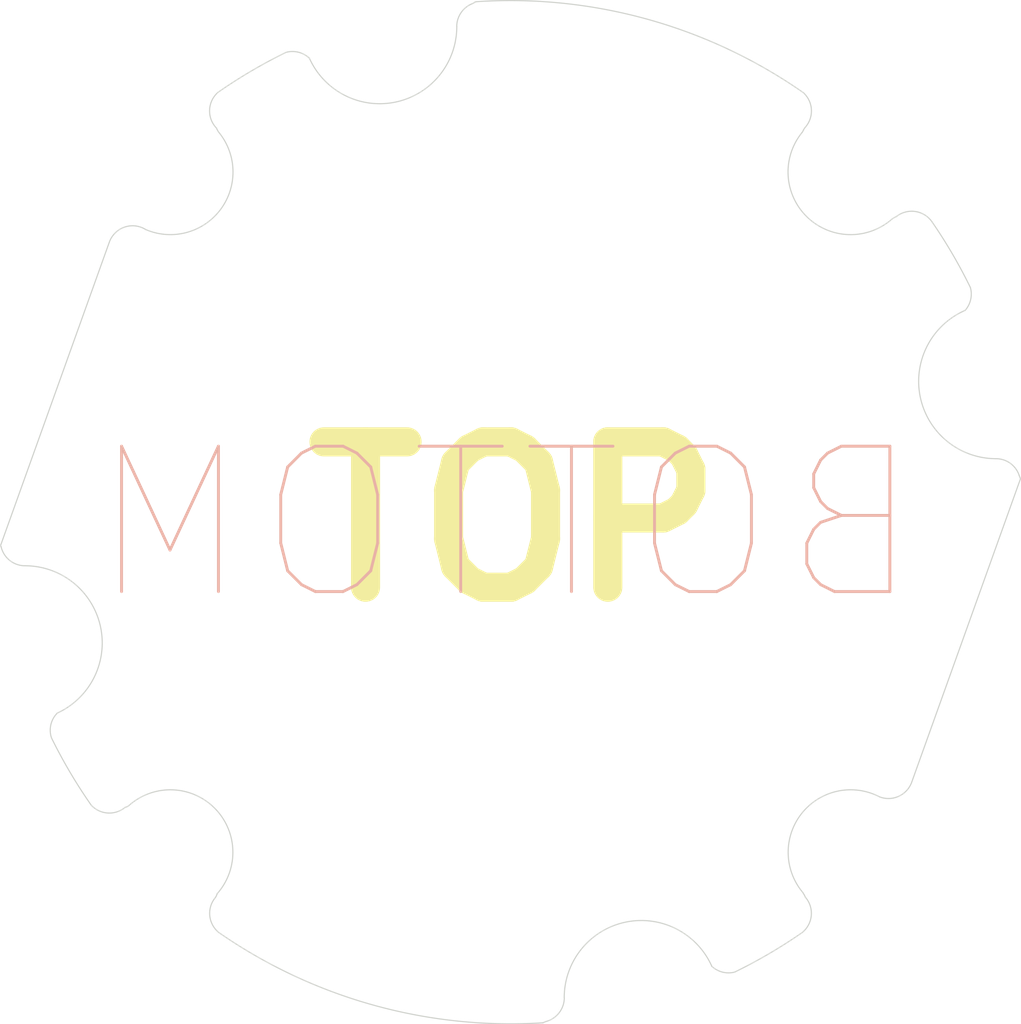
<source format=kicad_pcb>
(kicad_pcb (version 20221018) (generator pcbnew)

  (general
    (thickness 1.599978)
  )

  (paper "User" 132.08 152.4)
  (title_block
    (title "G-FORCE PCB")
    (date "2024-01-07")
    (rev "2")
    (company "Kathleen Arrington and Anthony Konstantinidi")
  )

  (layers
    (0 "F.Cu" signal "Top Signal")
    (1 "In1.Cu" power "GND")
    (2 "In2.Cu" power "5V")
    (3 "In3.Cu" mixed "GND-NMOS1")
    (4 "In4.Cu" power "22.2V")
    (31 "B.Cu" signal "Bottom Signal")
    (34 "B.Paste" user)
    (35 "F.Paste" user)
    (36 "B.SilkS" user "B.Silkscreen")
    (37 "F.SilkS" user "F.Silkscreen")
    (38 "B.Mask" user)
    (39 "F.Mask" user)
    (42 "Eco1.User" user "User.Eco1")
    (44 "Edge.Cuts" user)
    (45 "Margin" user)
    (46 "B.CrtYd" user "B.Courtyard")
    (47 "F.CrtYd" user "F.Courtyard")
  )

  (setup
    (stackup
      (layer "F.SilkS" (type "Top Silk Screen"))
      (layer "F.Paste" (type "Top Solder Paste"))
      (layer "F.Mask" (type "Top Solder Mask") (thickness 0.01))
      (layer "F.Cu" (type "copper") (thickness 0.035))
      (layer "dielectric 1" (type "core") (thickness 0.1) (material "FR4") (epsilon_r 4.5) (loss_tangent 0.02))
      (layer "In1.Cu" (type "copper") (thickness 0.035))
      (layer "dielectric 2" (type "prepreg") (thickness 0.534989) (material "FR4") (epsilon_r 4.5) (loss_tangent 0.02))
      (layer "In2.Cu" (type "copper") (thickness 0.035))
      (layer "dielectric 3" (type "prepreg") (thickness 0.1) (material "FR4") (epsilon_r 4.5) (loss_tangent 0.02))
      (layer "In3.Cu" (type "copper") (thickness 0.035))
      (layer "dielectric 4" (type "prepreg") (thickness 0.534989) (material "FR4") (epsilon_r 4.5) (loss_tangent 0.02))
      (layer "In4.Cu" (type "copper") (thickness 0.035))
      (layer "dielectric 5" (type "prepreg") (thickness 0.1) (material "FR4") (epsilon_r 4.5) (loss_tangent 0.02))
      (layer "B.Cu" (type "copper") (thickness 0.035))
      (layer "B.Mask" (type "Bottom Solder Mask") (thickness 0.01))
      (layer "B.Paste" (type "Bottom Solder Paste"))
      (layer "B.SilkS" (type "Bottom Silk Screen"))
      (copper_finish "None")
      (dielectric_constraints no)
    )
    (pad_to_mask_clearance 0)
    (pcbplotparams
      (layerselection 0x00010fc_ffffffff)
      (plot_on_all_layers_selection 0x0000000_00000000)
      (disableapertmacros false)
      (usegerberextensions true)
      (usegerberattributes true)
      (usegerberadvancedattributes true)
      (creategerberjobfile false)
      (dashed_line_dash_ratio 12.000000)
      (dashed_line_gap_ratio 3.000000)
      (svgprecision 4)
      (plotframeref false)
      (viasonmask false)
      (mode 1)
      (useauxorigin false)
      (hpglpennumber 1)
      (hpglpenspeed 20)
      (hpglpendiameter 15.000000)
      (dxfpolygonmode true)
      (dxfimperialunits true)
      (dxfusepcbnewfont true)
      (psnegative false)
      (psa4output false)
      (plotreference true)
      (plotvalue true)
      (plotinvisibletext false)
      (sketchpadsonfab false)
      (subtractmaskfromsilk true)
      (outputformat 1)
      (mirror false)
      (drillshape 0)
      (scaleselection 1)
      (outputdirectory "gerber/")
    )
  )

  (net 0 "")

  (gr_arc (start 59.8794 16.131856) (mid 74.866009 17.65903) (end 88.494058 24.078299)
    (stroke (width 0.1) (type default)) (layer "Edge.Cuts") (tstamp 03a49470-111a-4b21-b04e-f229042f514a))
  (gr_line (start 107.354828 57.540865) (end 107.461386 57.809013)
    (stroke (width 0.1) (type default)) (layer "Edge.Cuts") (tstamp 05b9add1-1c25-4193-8132-5494da1bec33))
  (gr_arc (start 37.38996 27.503662) (mid 37.29637 27.343958) (end 37.218608 27.175978)
    (stroke (width 0.1) (type default)) (layer "Edge.Cuts") (tstamp 060e6fad-9e30-414e-a220-2617ab73c3c6))
  (gr_arc (start 96.070406 35.257654) (mid 88.756305 34.877585) (end 88.371455 27.563734)
    (stroke (width 0.1) (type default)) (layer "Edge.Cuts") (tstamp 0a1fd515-fb14-4a38-92ae-c29d28670544))
  (gr_arc (start 96.070406 35.257654) (mid 96.324444 35.060466) (end 96.607922 34.908615)
    (stroke (width 0.1) (type default)) (layer "Edge.Cuts") (tstamp 11eb92ff-d593-4b65-bada-94ebec71233c))
  (gr_arc (start 65.743502 105.339544) (mid 65.878262 105.278344) (end 66.016462 105.22537)
    (stroke (width 0.1) (type default)) (layer "Edge.Cuts") (tstamp 145bb0b8-1ab6-45af-bc76-704e25db68d3))
  (gr_arc (start 67.597459 103.143) (mid 72.937486 96.550887) (end 80.494501 100.406194)
    (stroke (width 0.1) (type default)) (layer "Edge.Cuts") (tstamp 2408311e-9af5-4260-b822-eb6e3228d927))
  (gr_arc (start 65.743502 105.339544) (mid 50.91 103.79) (end 37.411693 97.44732)
    (stroke (width 0.1) (type default)) (layer "Edge.Cuts") (tstamp 34a9cabf-56da-463d-89a7-3d5ab2755dc4))
  (gr_arc (start 37.218608 27.175978) (mid 36.613299 25.591133) (end 37.336671 24.056575)
    (stroke (width 0.1) (type default)) (layer "Edge.Cuts") (tstamp 35bb8b5c-7b3a-4e6f-b536-1d2e9d8747fd))
  (gr_arc (start 88.492575 27.359278) (mid 88.573423 27.213996) (end 88.674354 27.081875)
    (stroke (width 0.1) (type default)) (layer "Edge.Cuts") (tstamp 38698e6f-969a-418d-9ff0-9fdf037fa1ce))
  (gr_arc (start 88.494058 24.078299) (mid 89.193024 25.543542) (end 88.674354 27.081875)
    (stroke (width 0.1) (type default)) (layer "Edge.Cuts") (tstamp 43780cfd-d76e-4157-ad93-af1261ab76af))
  (gr_line (start 18.351336 63.640987) (end 27.846361 37.155)
    (stroke (width 0.1) (type default)) (layer "Edge.Cuts") (tstamp 49dde8e9-73dc-4cb6-8387-9632844009e1))
  (gr_arc (start 43.295373 20.552975) (mid 44.381913 20.543705) (end 45.333797 21.067702)
    (stroke (width 0.1) (type default)) (layer "Edge.Cuts") (tstamp 4f414c80-531a-4eae-b2c3-15128037e391))
  (gr_line (start 18.351336 63.640987) (end 18.398419 63.749882)
    (stroke (width 0.1) (type default)) (layer "Edge.Cuts") (tstamp 51cbebff-12ac-403f-b92e-614ab224c6bb))
  (gr_arc (start 82.489698 100.911326) (mid 81.427846 100.912553) (end 80.494502 100.406194)
    (stroke (width 0.1) (type default)) (layer "Edge.Cuts") (tstamp 51d3622f-b870-4be3-82c0-2ae28c73281a))
  (gr_arc (start 88.392424 97.452491) (mid 85.507325 99.294993) (end 82.489698 100.911327)
    (stroke (width 0.1) (type default)) (layer "Edge.Cuts") (tstamp 5b8c14eb-2861-4f02-ae50-ae8ad8a6972b))
  (gr_arc (start 105.324361 56.054811) (mid 98.706419 50.672639) (end 102.62691 43.09671)
    (stroke (width 0.1) (type default)) (layer "Edge.Cuts") (tstamp 654faacf-edad-4e0e-b2d1-1d485abc5266))
  (gr_arc (start 37.411693 97.44732) (mid 36.637784 96.057673) (end 37.026898 94.515387)
    (stroke (width 0.1) (type default)) (layer "Edge.Cuts") (tstamp 69ecb67a-5d0d-4b90-bbdc-0b928e57551f))
  (gr_arc (start 88.665355 94.365422) (mid 89.183485 95.96683) (end 88.392424 97.452491)
    (stroke (width 0.1) (type default)) (layer "Edge.Cuts") (tstamp 71e946b8-4c38-47c5-a1d6-e79d4c284a69))
  (gr_arc (start 29.541369 86.380578) (mid 37.036443 86.57052) (end 37.273751 94.064244)
    (stroke (width 0.1) (type default)) (layer "Edge.Cuts") (tstamp 775c8985-e606-47da-b603-608438f168c3))
  (gr_arc (start 105.324361 56.054811) (mid 106.58245 56.466013) (end 107.354828 57.540865)
    (stroke (width 0.1) (type default)) (layer "Edge.Cuts") (tstamp 79f069ea-0fde-4e84-809c-88c023fc0ae8))
  (gr_line (start 107.461386 57.809013) (end 97.966361 84.295)
    (stroke (width 0.1) (type default)) (layer "Edge.Cuts") (tstamp 8a7cf47c-c7b6-472c-bd21-9ca7d1560d7d))
  (gr_arc (start 59.764888 16.183482) (mid 59.69074 16.242229) (end 59.606361 16.285)
    (stroke (width 0.1) (type default)) (layer "Edge.Cuts") (tstamp 8d41182b-d8f5-401c-a898-94345ce4604c))
  (gr_arc (start 29.541369 86.380578) (mid 29.394172 86.46294) (end 29.234501 86.517307)
    (stroke (width 0.1) (type default)) (layer "Edge.Cuts") (tstamp 90bae4c7-bac6-4c6e-a478-70e9f6e25488))
  (gr_arc (start 97.966361 84.295) (mid 96.838267 85.543092) (end 95.156987 85.603357)
    (stroke (width 0.1) (type default)) (layer "Edge.Cuts") (tstamp 91d4ad0f-3b99-47dc-9192-a54855d920a3))
  (gr_arc (start 27.846361 37.155) (mid 29.165271 35.828893) (end 31.024814 36.029346)
    (stroke (width 0.1) (type default)) (layer "Edge.Cuts") (tstamp 9dfebd4b-ad98-4a7c-8a30-543c2767d317))
  (gr_arc (start 99.739779 35.372655) (mid 101.517693 38.172681) (end 103.083164 41.096791)
    (stroke (width 0.1) (type default)) (layer "Edge.Cuts") (tstamp 9fac6ea2-6bfe-4be3-b517-f43a0fe3accc))
  (gr_arc (start 103.083164 41.096791) (mid 103.108151 42.154494) (end 102.62691 43.096709)
    (stroke (width 0.1) (type default)) (layer "Edge.Cuts") (tstamp a0112ec0-ea2e-4cad-b60f-ee5d006c8115))
  (gr_arc (start 58.210792 18.307) (mid 52.888078 24.891802) (end 45.333797 21.067702)
    (stroke (width 0.1) (type default)) (layer "Edge.Cuts") (tstamp a5269941-1cb9-4036-973c-31b41edf024e))
  (gr_arc (start 29.234501 86.517307) (mid 27.712895 87.010931) (end 26.268838 86.322707)
    (stroke (width 0.1) (type default)) (layer "Edge.Cuts") (tstamp b70f0377-3183-4992-a7f4-04f1b265a940))
  (gr_arc (start 22.799842 80.448535) (mid 22.745123 79.294308) (end 23.304773 78.283356)
    (stroke (width 0.1) (type default)) (layer "Edge.Cuts") (tstamp b82c4929-ce3d-4f40-843c-0c05b1001e24))
  (gr_arc (start 88.44531 93.965886) (mid 88.565979 94.15979) (end 88.665356 94.365421)
    (stroke (width 0.1) (type default)) (layer "Edge.Cuts") (tstamp bb5302db-6d4e-4bb8-9303-eb52c24bfebe))
  (gr_arc (start 88.449363 93.962469) (mid 88.365641 87.025312) (end 95.156361 85.605)
    (stroke (width 0.1) (type default)) (layer "Edge.Cuts") (tstamp bca74a4e-7d04-4728-aa0c-4c1e62d3b22b))
  (gr_arc (start 37.336671 24.056575) (mid 40.248201 22.189429) (end 43.295373 20.552975)
    (stroke (width 0.1) (type default)) (layer "Edge.Cuts") (tstamp c25eb0cd-a989-48c6-9a6a-c4d98bee69fd))
  (gr_arc (start 59.764888 16.183482) (mid 59.820663 16.154384) (end 59.8794 16.131856)
    (stroke (width 0.1) (type default)) (layer "Edge.Cuts") (tstamp c4e089ec-0ce4-4f05-9556-dbd3459ad0b9))
  (gr_arc (start 20.488361 65.410453) (mid 27.077061 70.713484) (end 23.304773 78.283355)
    (stroke (width 0.1) (type default)) (layer "Edge.Cuts") (tstamp c5b1ef00-29b1-4f3a-9b4d-129fb74c3d86))
  (gr_arc (start 26.268838 86.322707) (mid 24.422098 83.451905) (end 22.799842 80.448535)
    (stroke (width 0.1) (type default)) (layer "Edge.Cuts") (tstamp c9b97e12-50cd-4099-9b7a-67cb7b6749f1))
  (gr_arc (start 37.389959 27.503662) (mid 37.572022 34.279662) (end 31.023747 36.031067)
    (stroke (width 0.1) (type default)) (layer "Edge.Cuts") (tstamp d41e61cc-57e7-4091-80e0-155b1a749390))
  (gr_arc (start 20.488361 65.410453) (mid 19.153694 64.94477) (end 18.398419 63.749882)
    (stroke (width 0.1) (type default)) (layer "Edge.Cuts") (tstamp d9561e97-9362-4145-b893-461f73e19fc6))
  (gr_arc (start 67.605361 103.143) (mid 67.162771 104.452662) (end 66.016462 105.22537)
    (stroke (width 0.1) (type default)) (layer "Edge.Cuts") (tstamp dddccd55-a818-4c5d-a61a-8accbce8dfb6))
  (gr_arc (start 58.206249 18.307) (mid 58.590443 17.077285) (end 59.606361 16.285)
    (stroke (width 0.1) (type default)) (layer "Edge.Cuts") (tstamp e7f7c804-b50c-4dea-bcf3-bf82937ebff3))
  (gr_arc (start 96.607922 34.908615) (mid 98.275013 34.457874) (end 99.739779 35.372655)
    (stroke (width 0.1) (type default)) (layer "Edge.Cuts") (tstamp f9304196-56d7-429a-905a-431f8c9d4a51))
  (gr_arc (start 37.273752 94.064245) (mid 37.175113 94.303379) (end 37.026898 94.515387)
    (stroke (width 0.1) (type default)) (layer "Edge.Cuts") (tstamp fd8a3a1b-3c07-4f35-b090-50d7a38626e2))
  (gr_arc (start 88.492574 27.359278) (mid 88.437766 27.464913) (end 88.371455 27.563734)
    (stroke (width 0.1) (type default)) (layer "Edge.Cuts") (tstamp fddca385-ae6d-43ba-b640-b171130431a5))
  (gr_text "BOTTOM" (at 99.24 69.23) (layer "B.SilkS") (tstamp 9aab5a36-0362-4d87-8d06-be4c267dd126)
    (effects (font (size 12.7 12.7) (thickness 0.254)) (justify left bottom mirror))
  )
  (gr_text "TOP" (at 43.73 68.97) (layer "F.SilkS") (tstamp 9f38c4cc-2d29-466f-a992-622cfec27732)
    (effects (font (size 12.7 12.7) (thickness 2.54) bold) (justify left bottom))
  )

)

</source>
